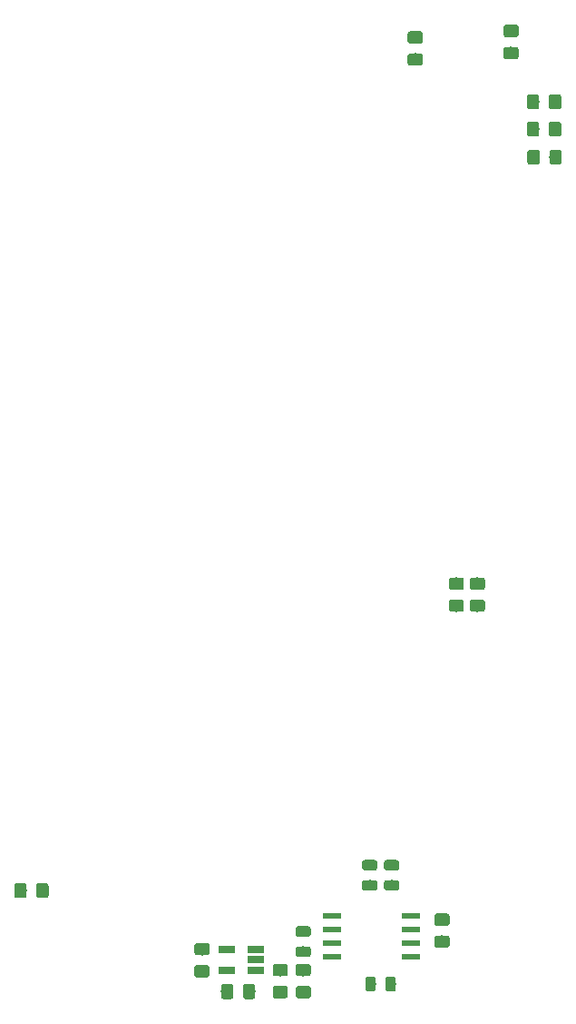
<source format=gbr>
G04 #@! TF.GenerationSoftware,KiCad,Pcbnew,(5.0.2)-1*
G04 #@! TF.CreationDate,2019-08-15T12:32:10+02:00*
G04 #@! TF.ProjectId,ADS1298_FINAL,41445331-3239-4385-9f46-494e414c2e6b,rev?*
G04 #@! TF.SameCoordinates,Original*
G04 #@! TF.FileFunction,Paste,Bot*
G04 #@! TF.FilePolarity,Positive*
%FSLAX46Y46*%
G04 Gerber Fmt 4.6, Leading zero omitted, Abs format (unit mm)*
G04 Created by KiCad (PCBNEW (5.0.2)-1) date 15-8-2019 12:32:10*
%MOMM*%
%LPD*%
G01*
G04 APERTURE LIST*
%ADD10C,0.100000*%
%ADD11C,1.150000*%
%ADD12C,0.975000*%
%ADD13R,1.750000X0.550000*%
%ADD14R,1.560000X0.650000*%
G04 APERTURE END LIST*
D10*
G04 #@! TO.C,C38*
G36*
X103122629Y-110432983D02*
X103146897Y-110436583D01*
X103170696Y-110442544D01*
X103193795Y-110450809D01*
X103215974Y-110461299D01*
X103237017Y-110473911D01*
X103256723Y-110488526D01*
X103274901Y-110505002D01*
X103291377Y-110523180D01*
X103305992Y-110542886D01*
X103318604Y-110563929D01*
X103329094Y-110586108D01*
X103337359Y-110609207D01*
X103343320Y-110633006D01*
X103346920Y-110657274D01*
X103348124Y-110681778D01*
X103348124Y-111331780D01*
X103346920Y-111356284D01*
X103343320Y-111380552D01*
X103337359Y-111404351D01*
X103329094Y-111427450D01*
X103318604Y-111449629D01*
X103305992Y-111470672D01*
X103291377Y-111490378D01*
X103274901Y-111508556D01*
X103256723Y-111525032D01*
X103237017Y-111539647D01*
X103215974Y-111552259D01*
X103193795Y-111562749D01*
X103170696Y-111571014D01*
X103146897Y-111576975D01*
X103122629Y-111580575D01*
X103098125Y-111581779D01*
X102198123Y-111581779D01*
X102173619Y-111580575D01*
X102149351Y-111576975D01*
X102125552Y-111571014D01*
X102102453Y-111562749D01*
X102080274Y-111552259D01*
X102059231Y-111539647D01*
X102039525Y-111525032D01*
X102021347Y-111508556D01*
X102004871Y-111490378D01*
X101990256Y-111470672D01*
X101977644Y-111449629D01*
X101967154Y-111427450D01*
X101958889Y-111404351D01*
X101952928Y-111380552D01*
X101949328Y-111356284D01*
X101948124Y-111331780D01*
X101948124Y-110681778D01*
X101949328Y-110657274D01*
X101952928Y-110633006D01*
X101958889Y-110609207D01*
X101967154Y-110586108D01*
X101977644Y-110563929D01*
X101990256Y-110542886D01*
X102004871Y-110523180D01*
X102021347Y-110505002D01*
X102039525Y-110488526D01*
X102059231Y-110473911D01*
X102080274Y-110461299D01*
X102102453Y-110450809D01*
X102125552Y-110442544D01*
X102149351Y-110436583D01*
X102173619Y-110432983D01*
X102198123Y-110431779D01*
X103098125Y-110431779D01*
X103122629Y-110432983D01*
X103122629Y-110432983D01*
G37*
D11*
X102648124Y-111006779D03*
D10*
G36*
X103122629Y-112482983D02*
X103146897Y-112486583D01*
X103170696Y-112492544D01*
X103193795Y-112500809D01*
X103215974Y-112511299D01*
X103237017Y-112523911D01*
X103256723Y-112538526D01*
X103274901Y-112555002D01*
X103291377Y-112573180D01*
X103305992Y-112592886D01*
X103318604Y-112613929D01*
X103329094Y-112636108D01*
X103337359Y-112659207D01*
X103343320Y-112683006D01*
X103346920Y-112707274D01*
X103348124Y-112731778D01*
X103348124Y-113381780D01*
X103346920Y-113406284D01*
X103343320Y-113430552D01*
X103337359Y-113454351D01*
X103329094Y-113477450D01*
X103318604Y-113499629D01*
X103305992Y-113520672D01*
X103291377Y-113540378D01*
X103274901Y-113558556D01*
X103256723Y-113575032D01*
X103237017Y-113589647D01*
X103215974Y-113602259D01*
X103193795Y-113612749D01*
X103170696Y-113621014D01*
X103146897Y-113626975D01*
X103122629Y-113630575D01*
X103098125Y-113631779D01*
X102198123Y-113631779D01*
X102173619Y-113630575D01*
X102149351Y-113626975D01*
X102125552Y-113621014D01*
X102102453Y-113612749D01*
X102080274Y-113602259D01*
X102059231Y-113589647D01*
X102039525Y-113575032D01*
X102021347Y-113558556D01*
X102004871Y-113540378D01*
X101990256Y-113520672D01*
X101977644Y-113499629D01*
X101967154Y-113477450D01*
X101958889Y-113454351D01*
X101952928Y-113430552D01*
X101949328Y-113406284D01*
X101948124Y-113381780D01*
X101948124Y-112731778D01*
X101949328Y-112707274D01*
X101952928Y-112683006D01*
X101958889Y-112659207D01*
X101967154Y-112636108D01*
X101977644Y-112613929D01*
X101990256Y-112592886D01*
X102004871Y-112573180D01*
X102021347Y-112555002D01*
X102039525Y-112538526D01*
X102059231Y-112523911D01*
X102080274Y-112511299D01*
X102102453Y-112500809D01*
X102125552Y-112492544D01*
X102149351Y-112486583D01*
X102173619Y-112482983D01*
X102198123Y-112481779D01*
X103098125Y-112481779D01*
X103122629Y-112482983D01*
X103122629Y-112482983D01*
G37*
D11*
X102648124Y-113056779D03*
G04 #@! TD*
D10*
G04 #@! TO.C,C39*
G36*
X96253266Y-116307953D02*
X96276927Y-116311463D01*
X96300131Y-116317275D01*
X96322653Y-116325333D01*
X96344277Y-116335561D01*
X96364794Y-116347858D01*
X96384007Y-116362108D01*
X96401731Y-116378172D01*
X96417795Y-116395896D01*
X96432045Y-116415109D01*
X96444342Y-116435626D01*
X96454570Y-116457250D01*
X96462628Y-116479772D01*
X96468440Y-116502976D01*
X96471950Y-116526637D01*
X96473124Y-116550529D01*
X96473124Y-117463029D01*
X96471950Y-117486921D01*
X96468440Y-117510582D01*
X96462628Y-117533786D01*
X96454570Y-117556308D01*
X96444342Y-117577932D01*
X96432045Y-117598449D01*
X96417795Y-117617662D01*
X96401731Y-117635386D01*
X96384007Y-117651450D01*
X96364794Y-117665700D01*
X96344277Y-117677997D01*
X96322653Y-117688225D01*
X96300131Y-117696283D01*
X96276927Y-117702095D01*
X96253266Y-117705605D01*
X96229374Y-117706779D01*
X95741874Y-117706779D01*
X95717982Y-117705605D01*
X95694321Y-117702095D01*
X95671117Y-117696283D01*
X95648595Y-117688225D01*
X95626971Y-117677997D01*
X95606454Y-117665700D01*
X95587241Y-117651450D01*
X95569517Y-117635386D01*
X95553453Y-117617662D01*
X95539203Y-117598449D01*
X95526906Y-117577932D01*
X95516678Y-117556308D01*
X95508620Y-117533786D01*
X95502808Y-117510582D01*
X95499298Y-117486921D01*
X95498124Y-117463029D01*
X95498124Y-116550529D01*
X95499298Y-116526637D01*
X95502808Y-116502976D01*
X95508620Y-116479772D01*
X95516678Y-116457250D01*
X95526906Y-116435626D01*
X95539203Y-116415109D01*
X95553453Y-116395896D01*
X95569517Y-116378172D01*
X95587241Y-116362108D01*
X95606454Y-116347858D01*
X95626971Y-116335561D01*
X95648595Y-116325333D01*
X95671117Y-116317275D01*
X95694321Y-116311463D01*
X95717982Y-116307953D01*
X95741874Y-116306779D01*
X96229374Y-116306779D01*
X96253266Y-116307953D01*
X96253266Y-116307953D01*
G37*
D12*
X95985624Y-117006779D03*
D10*
G36*
X98128266Y-116307953D02*
X98151927Y-116311463D01*
X98175131Y-116317275D01*
X98197653Y-116325333D01*
X98219277Y-116335561D01*
X98239794Y-116347858D01*
X98259007Y-116362108D01*
X98276731Y-116378172D01*
X98292795Y-116395896D01*
X98307045Y-116415109D01*
X98319342Y-116435626D01*
X98329570Y-116457250D01*
X98337628Y-116479772D01*
X98343440Y-116502976D01*
X98346950Y-116526637D01*
X98348124Y-116550529D01*
X98348124Y-117463029D01*
X98346950Y-117486921D01*
X98343440Y-117510582D01*
X98337628Y-117533786D01*
X98329570Y-117556308D01*
X98319342Y-117577932D01*
X98307045Y-117598449D01*
X98292795Y-117617662D01*
X98276731Y-117635386D01*
X98259007Y-117651450D01*
X98239794Y-117665700D01*
X98219277Y-117677997D01*
X98197653Y-117688225D01*
X98175131Y-117696283D01*
X98151927Y-117702095D01*
X98128266Y-117705605D01*
X98104374Y-117706779D01*
X97616874Y-117706779D01*
X97592982Y-117705605D01*
X97569321Y-117702095D01*
X97546117Y-117696283D01*
X97523595Y-117688225D01*
X97501971Y-117677997D01*
X97481454Y-117665700D01*
X97462241Y-117651450D01*
X97444517Y-117635386D01*
X97428453Y-117617662D01*
X97414203Y-117598449D01*
X97401906Y-117577932D01*
X97391678Y-117556308D01*
X97383620Y-117533786D01*
X97377808Y-117510582D01*
X97374298Y-117486921D01*
X97373124Y-117463029D01*
X97373124Y-116550529D01*
X97374298Y-116526637D01*
X97377808Y-116502976D01*
X97383620Y-116479772D01*
X97391678Y-116457250D01*
X97401906Y-116435626D01*
X97414203Y-116415109D01*
X97428453Y-116395896D01*
X97444517Y-116378172D01*
X97462241Y-116362108D01*
X97481454Y-116347858D01*
X97501971Y-116335561D01*
X97523595Y-116325333D01*
X97546117Y-116317275D01*
X97569321Y-116311463D01*
X97592982Y-116307953D01*
X97616874Y-116306779D01*
X98104374Y-116306779D01*
X98128266Y-116307953D01*
X98128266Y-116307953D01*
G37*
D12*
X97860624Y-117006779D03*
G04 #@! TD*
D10*
G04 #@! TO.C,C43*
G36*
X90172629Y-115132983D02*
X90196897Y-115136583D01*
X90220696Y-115142544D01*
X90243795Y-115150809D01*
X90265974Y-115161299D01*
X90287017Y-115173911D01*
X90306723Y-115188526D01*
X90324901Y-115205002D01*
X90341377Y-115223180D01*
X90355992Y-115242886D01*
X90368604Y-115263929D01*
X90379094Y-115286108D01*
X90387359Y-115309207D01*
X90393320Y-115333006D01*
X90396920Y-115357274D01*
X90398124Y-115381778D01*
X90398124Y-116031780D01*
X90396920Y-116056284D01*
X90393320Y-116080552D01*
X90387359Y-116104351D01*
X90379094Y-116127450D01*
X90368604Y-116149629D01*
X90355992Y-116170672D01*
X90341377Y-116190378D01*
X90324901Y-116208556D01*
X90306723Y-116225032D01*
X90287017Y-116239647D01*
X90265974Y-116252259D01*
X90243795Y-116262749D01*
X90220696Y-116271014D01*
X90196897Y-116276975D01*
X90172629Y-116280575D01*
X90148125Y-116281779D01*
X89248123Y-116281779D01*
X89223619Y-116280575D01*
X89199351Y-116276975D01*
X89175552Y-116271014D01*
X89152453Y-116262749D01*
X89130274Y-116252259D01*
X89109231Y-116239647D01*
X89089525Y-116225032D01*
X89071347Y-116208556D01*
X89054871Y-116190378D01*
X89040256Y-116170672D01*
X89027644Y-116149629D01*
X89017154Y-116127450D01*
X89008889Y-116104351D01*
X89002928Y-116080552D01*
X88999328Y-116056284D01*
X88998124Y-116031780D01*
X88998124Y-115381778D01*
X88999328Y-115357274D01*
X89002928Y-115333006D01*
X89008889Y-115309207D01*
X89017154Y-115286108D01*
X89027644Y-115263929D01*
X89040256Y-115242886D01*
X89054871Y-115223180D01*
X89071347Y-115205002D01*
X89089525Y-115188526D01*
X89109231Y-115173911D01*
X89130274Y-115161299D01*
X89152453Y-115150809D01*
X89175552Y-115142544D01*
X89199351Y-115136583D01*
X89223619Y-115132983D01*
X89248123Y-115131779D01*
X90148125Y-115131779D01*
X90172629Y-115132983D01*
X90172629Y-115132983D01*
G37*
D11*
X89698124Y-115706779D03*
D10*
G36*
X90172629Y-117182983D02*
X90196897Y-117186583D01*
X90220696Y-117192544D01*
X90243795Y-117200809D01*
X90265974Y-117211299D01*
X90287017Y-117223911D01*
X90306723Y-117238526D01*
X90324901Y-117255002D01*
X90341377Y-117273180D01*
X90355992Y-117292886D01*
X90368604Y-117313929D01*
X90379094Y-117336108D01*
X90387359Y-117359207D01*
X90393320Y-117383006D01*
X90396920Y-117407274D01*
X90398124Y-117431778D01*
X90398124Y-118081780D01*
X90396920Y-118106284D01*
X90393320Y-118130552D01*
X90387359Y-118154351D01*
X90379094Y-118177450D01*
X90368604Y-118199629D01*
X90355992Y-118220672D01*
X90341377Y-118240378D01*
X90324901Y-118258556D01*
X90306723Y-118275032D01*
X90287017Y-118289647D01*
X90265974Y-118302259D01*
X90243795Y-118312749D01*
X90220696Y-118321014D01*
X90196897Y-118326975D01*
X90172629Y-118330575D01*
X90148125Y-118331779D01*
X89248123Y-118331779D01*
X89223619Y-118330575D01*
X89199351Y-118326975D01*
X89175552Y-118321014D01*
X89152453Y-118312749D01*
X89130274Y-118302259D01*
X89109231Y-118289647D01*
X89089525Y-118275032D01*
X89071347Y-118258556D01*
X89054871Y-118240378D01*
X89040256Y-118220672D01*
X89027644Y-118199629D01*
X89017154Y-118177450D01*
X89008889Y-118154351D01*
X89002928Y-118130552D01*
X88999328Y-118106284D01*
X88998124Y-118081780D01*
X88998124Y-117431778D01*
X88999328Y-117407274D01*
X89002928Y-117383006D01*
X89008889Y-117359207D01*
X89017154Y-117336108D01*
X89027644Y-117313929D01*
X89040256Y-117292886D01*
X89054871Y-117273180D01*
X89071347Y-117255002D01*
X89089525Y-117238526D01*
X89109231Y-117223911D01*
X89130274Y-117211299D01*
X89152453Y-117200809D01*
X89175552Y-117192544D01*
X89199351Y-117186583D01*
X89223619Y-117182983D01*
X89248123Y-117181779D01*
X90148125Y-117181779D01*
X90172629Y-117182983D01*
X90172629Y-117182983D01*
G37*
D11*
X89698124Y-117756779D03*
G04 #@! TD*
D10*
G04 #@! TO.C,C45*
G36*
X88022629Y-117182983D02*
X88046897Y-117186583D01*
X88070696Y-117192544D01*
X88093795Y-117200809D01*
X88115974Y-117211299D01*
X88137017Y-117223911D01*
X88156723Y-117238526D01*
X88174901Y-117255002D01*
X88191377Y-117273180D01*
X88205992Y-117292886D01*
X88218604Y-117313929D01*
X88229094Y-117336108D01*
X88237359Y-117359207D01*
X88243320Y-117383006D01*
X88246920Y-117407274D01*
X88248124Y-117431778D01*
X88248124Y-118081780D01*
X88246920Y-118106284D01*
X88243320Y-118130552D01*
X88237359Y-118154351D01*
X88229094Y-118177450D01*
X88218604Y-118199629D01*
X88205992Y-118220672D01*
X88191377Y-118240378D01*
X88174901Y-118258556D01*
X88156723Y-118275032D01*
X88137017Y-118289647D01*
X88115974Y-118302259D01*
X88093795Y-118312749D01*
X88070696Y-118321014D01*
X88046897Y-118326975D01*
X88022629Y-118330575D01*
X87998125Y-118331779D01*
X87098123Y-118331779D01*
X87073619Y-118330575D01*
X87049351Y-118326975D01*
X87025552Y-118321014D01*
X87002453Y-118312749D01*
X86980274Y-118302259D01*
X86959231Y-118289647D01*
X86939525Y-118275032D01*
X86921347Y-118258556D01*
X86904871Y-118240378D01*
X86890256Y-118220672D01*
X86877644Y-118199629D01*
X86867154Y-118177450D01*
X86858889Y-118154351D01*
X86852928Y-118130552D01*
X86849328Y-118106284D01*
X86848124Y-118081780D01*
X86848124Y-117431778D01*
X86849328Y-117407274D01*
X86852928Y-117383006D01*
X86858889Y-117359207D01*
X86867154Y-117336108D01*
X86877644Y-117313929D01*
X86890256Y-117292886D01*
X86904871Y-117273180D01*
X86921347Y-117255002D01*
X86939525Y-117238526D01*
X86959231Y-117223911D01*
X86980274Y-117211299D01*
X87002453Y-117200809D01*
X87025552Y-117192544D01*
X87049351Y-117186583D01*
X87073619Y-117182983D01*
X87098123Y-117181779D01*
X87998125Y-117181779D01*
X88022629Y-117182983D01*
X88022629Y-117182983D01*
G37*
D11*
X87548124Y-117756779D03*
D10*
G36*
X88022629Y-115132983D02*
X88046897Y-115136583D01*
X88070696Y-115142544D01*
X88093795Y-115150809D01*
X88115974Y-115161299D01*
X88137017Y-115173911D01*
X88156723Y-115188526D01*
X88174901Y-115205002D01*
X88191377Y-115223180D01*
X88205992Y-115242886D01*
X88218604Y-115263929D01*
X88229094Y-115286108D01*
X88237359Y-115309207D01*
X88243320Y-115333006D01*
X88246920Y-115357274D01*
X88248124Y-115381778D01*
X88248124Y-116031780D01*
X88246920Y-116056284D01*
X88243320Y-116080552D01*
X88237359Y-116104351D01*
X88229094Y-116127450D01*
X88218604Y-116149629D01*
X88205992Y-116170672D01*
X88191377Y-116190378D01*
X88174901Y-116208556D01*
X88156723Y-116225032D01*
X88137017Y-116239647D01*
X88115974Y-116252259D01*
X88093795Y-116262749D01*
X88070696Y-116271014D01*
X88046897Y-116276975D01*
X88022629Y-116280575D01*
X87998125Y-116281779D01*
X87098123Y-116281779D01*
X87073619Y-116280575D01*
X87049351Y-116276975D01*
X87025552Y-116271014D01*
X87002453Y-116262749D01*
X86980274Y-116252259D01*
X86959231Y-116239647D01*
X86939525Y-116225032D01*
X86921347Y-116208556D01*
X86904871Y-116190378D01*
X86890256Y-116170672D01*
X86877644Y-116149629D01*
X86867154Y-116127450D01*
X86858889Y-116104351D01*
X86852928Y-116080552D01*
X86849328Y-116056284D01*
X86848124Y-116031780D01*
X86848124Y-115381778D01*
X86849328Y-115357274D01*
X86852928Y-115333006D01*
X86858889Y-115309207D01*
X86867154Y-115286108D01*
X86877644Y-115263929D01*
X86890256Y-115242886D01*
X86904871Y-115223180D01*
X86921347Y-115205002D01*
X86939525Y-115188526D01*
X86959231Y-115173911D01*
X86980274Y-115161299D01*
X87002453Y-115150809D01*
X87025552Y-115142544D01*
X87049351Y-115136583D01*
X87073619Y-115132983D01*
X87098123Y-115131779D01*
X87998125Y-115131779D01*
X88022629Y-115132983D01*
X88022629Y-115132983D01*
G37*
D11*
X87548124Y-115706779D03*
G04 #@! TD*
D10*
G04 #@! TO.C,C50*
G36*
X84997629Y-117007983D02*
X85021897Y-117011583D01*
X85045696Y-117017544D01*
X85068795Y-117025809D01*
X85090974Y-117036299D01*
X85112017Y-117048911D01*
X85131723Y-117063526D01*
X85149901Y-117080002D01*
X85166377Y-117098180D01*
X85180992Y-117117886D01*
X85193604Y-117138929D01*
X85204094Y-117161108D01*
X85212359Y-117184207D01*
X85218320Y-117208006D01*
X85221920Y-117232274D01*
X85223124Y-117256778D01*
X85223124Y-118156780D01*
X85221920Y-118181284D01*
X85218320Y-118205552D01*
X85212359Y-118229351D01*
X85204094Y-118252450D01*
X85193604Y-118274629D01*
X85180992Y-118295672D01*
X85166377Y-118315378D01*
X85149901Y-118333556D01*
X85131723Y-118350032D01*
X85112017Y-118364647D01*
X85090974Y-118377259D01*
X85068795Y-118387749D01*
X85045696Y-118396014D01*
X85021897Y-118401975D01*
X84997629Y-118405575D01*
X84973125Y-118406779D01*
X84323123Y-118406779D01*
X84298619Y-118405575D01*
X84274351Y-118401975D01*
X84250552Y-118396014D01*
X84227453Y-118387749D01*
X84205274Y-118377259D01*
X84184231Y-118364647D01*
X84164525Y-118350032D01*
X84146347Y-118333556D01*
X84129871Y-118315378D01*
X84115256Y-118295672D01*
X84102644Y-118274629D01*
X84092154Y-118252450D01*
X84083889Y-118229351D01*
X84077928Y-118205552D01*
X84074328Y-118181284D01*
X84073124Y-118156780D01*
X84073124Y-117256778D01*
X84074328Y-117232274D01*
X84077928Y-117208006D01*
X84083889Y-117184207D01*
X84092154Y-117161108D01*
X84102644Y-117138929D01*
X84115256Y-117117886D01*
X84129871Y-117098180D01*
X84146347Y-117080002D01*
X84164525Y-117063526D01*
X84184231Y-117048911D01*
X84205274Y-117036299D01*
X84227453Y-117025809D01*
X84250552Y-117017544D01*
X84274351Y-117011583D01*
X84298619Y-117007983D01*
X84323123Y-117006779D01*
X84973125Y-117006779D01*
X84997629Y-117007983D01*
X84997629Y-117007983D01*
G37*
D11*
X84648124Y-117706779D03*
D10*
G36*
X82947629Y-117007983D02*
X82971897Y-117011583D01*
X82995696Y-117017544D01*
X83018795Y-117025809D01*
X83040974Y-117036299D01*
X83062017Y-117048911D01*
X83081723Y-117063526D01*
X83099901Y-117080002D01*
X83116377Y-117098180D01*
X83130992Y-117117886D01*
X83143604Y-117138929D01*
X83154094Y-117161108D01*
X83162359Y-117184207D01*
X83168320Y-117208006D01*
X83171920Y-117232274D01*
X83173124Y-117256778D01*
X83173124Y-118156780D01*
X83171920Y-118181284D01*
X83168320Y-118205552D01*
X83162359Y-118229351D01*
X83154094Y-118252450D01*
X83143604Y-118274629D01*
X83130992Y-118295672D01*
X83116377Y-118315378D01*
X83099901Y-118333556D01*
X83081723Y-118350032D01*
X83062017Y-118364647D01*
X83040974Y-118377259D01*
X83018795Y-118387749D01*
X82995696Y-118396014D01*
X82971897Y-118401975D01*
X82947629Y-118405575D01*
X82923125Y-118406779D01*
X82273123Y-118406779D01*
X82248619Y-118405575D01*
X82224351Y-118401975D01*
X82200552Y-118396014D01*
X82177453Y-118387749D01*
X82155274Y-118377259D01*
X82134231Y-118364647D01*
X82114525Y-118350032D01*
X82096347Y-118333556D01*
X82079871Y-118315378D01*
X82065256Y-118295672D01*
X82052644Y-118274629D01*
X82042154Y-118252450D01*
X82033889Y-118229351D01*
X82027928Y-118205552D01*
X82024328Y-118181284D01*
X82023124Y-118156780D01*
X82023124Y-117256778D01*
X82024328Y-117232274D01*
X82027928Y-117208006D01*
X82033889Y-117184207D01*
X82042154Y-117161108D01*
X82052644Y-117138929D01*
X82065256Y-117117886D01*
X82079871Y-117098180D01*
X82096347Y-117080002D01*
X82114525Y-117063526D01*
X82134231Y-117048911D01*
X82155274Y-117036299D01*
X82177453Y-117025809D01*
X82200552Y-117017544D01*
X82224351Y-117011583D01*
X82248619Y-117007983D01*
X82273123Y-117006779D01*
X82923125Y-117006779D01*
X82947629Y-117007983D01*
X82947629Y-117007983D01*
G37*
D11*
X82598124Y-117706779D03*
G04 #@! TD*
D10*
G04 #@! TO.C,C52*
G36*
X80722629Y-113182983D02*
X80746897Y-113186583D01*
X80770696Y-113192544D01*
X80793795Y-113200809D01*
X80815974Y-113211299D01*
X80837017Y-113223911D01*
X80856723Y-113238526D01*
X80874901Y-113255002D01*
X80891377Y-113273180D01*
X80905992Y-113292886D01*
X80918604Y-113313929D01*
X80929094Y-113336108D01*
X80937359Y-113359207D01*
X80943320Y-113383006D01*
X80946920Y-113407274D01*
X80948124Y-113431778D01*
X80948124Y-114081780D01*
X80946920Y-114106284D01*
X80943320Y-114130552D01*
X80937359Y-114154351D01*
X80929094Y-114177450D01*
X80918604Y-114199629D01*
X80905992Y-114220672D01*
X80891377Y-114240378D01*
X80874901Y-114258556D01*
X80856723Y-114275032D01*
X80837017Y-114289647D01*
X80815974Y-114302259D01*
X80793795Y-114312749D01*
X80770696Y-114321014D01*
X80746897Y-114326975D01*
X80722629Y-114330575D01*
X80698125Y-114331779D01*
X79798123Y-114331779D01*
X79773619Y-114330575D01*
X79749351Y-114326975D01*
X79725552Y-114321014D01*
X79702453Y-114312749D01*
X79680274Y-114302259D01*
X79659231Y-114289647D01*
X79639525Y-114275032D01*
X79621347Y-114258556D01*
X79604871Y-114240378D01*
X79590256Y-114220672D01*
X79577644Y-114199629D01*
X79567154Y-114177450D01*
X79558889Y-114154351D01*
X79552928Y-114130552D01*
X79549328Y-114106284D01*
X79548124Y-114081780D01*
X79548124Y-113431778D01*
X79549328Y-113407274D01*
X79552928Y-113383006D01*
X79558889Y-113359207D01*
X79567154Y-113336108D01*
X79577644Y-113313929D01*
X79590256Y-113292886D01*
X79604871Y-113273180D01*
X79621347Y-113255002D01*
X79639525Y-113238526D01*
X79659231Y-113223911D01*
X79680274Y-113211299D01*
X79702453Y-113200809D01*
X79725552Y-113192544D01*
X79749351Y-113186583D01*
X79773619Y-113182983D01*
X79798123Y-113181779D01*
X80698125Y-113181779D01*
X80722629Y-113182983D01*
X80722629Y-113182983D01*
G37*
D11*
X80248124Y-113756779D03*
D10*
G36*
X80722629Y-115232983D02*
X80746897Y-115236583D01*
X80770696Y-115242544D01*
X80793795Y-115250809D01*
X80815974Y-115261299D01*
X80837017Y-115273911D01*
X80856723Y-115288526D01*
X80874901Y-115305002D01*
X80891377Y-115323180D01*
X80905992Y-115342886D01*
X80918604Y-115363929D01*
X80929094Y-115386108D01*
X80937359Y-115409207D01*
X80943320Y-115433006D01*
X80946920Y-115457274D01*
X80948124Y-115481778D01*
X80948124Y-116131780D01*
X80946920Y-116156284D01*
X80943320Y-116180552D01*
X80937359Y-116204351D01*
X80929094Y-116227450D01*
X80918604Y-116249629D01*
X80905992Y-116270672D01*
X80891377Y-116290378D01*
X80874901Y-116308556D01*
X80856723Y-116325032D01*
X80837017Y-116339647D01*
X80815974Y-116352259D01*
X80793795Y-116362749D01*
X80770696Y-116371014D01*
X80746897Y-116376975D01*
X80722629Y-116380575D01*
X80698125Y-116381779D01*
X79798123Y-116381779D01*
X79773619Y-116380575D01*
X79749351Y-116376975D01*
X79725552Y-116371014D01*
X79702453Y-116362749D01*
X79680274Y-116352259D01*
X79659231Y-116339647D01*
X79639525Y-116325032D01*
X79621347Y-116308556D01*
X79604871Y-116290378D01*
X79590256Y-116270672D01*
X79577644Y-116249629D01*
X79567154Y-116227450D01*
X79558889Y-116204351D01*
X79552928Y-116180552D01*
X79549328Y-116156284D01*
X79548124Y-116131780D01*
X79548124Y-115481778D01*
X79549328Y-115457274D01*
X79552928Y-115433006D01*
X79558889Y-115409207D01*
X79567154Y-115386108D01*
X79577644Y-115363929D01*
X79590256Y-115342886D01*
X79604871Y-115323180D01*
X79621347Y-115305002D01*
X79639525Y-115288526D01*
X79659231Y-115273911D01*
X79680274Y-115261299D01*
X79702453Y-115250809D01*
X79725552Y-115242544D01*
X79749351Y-115236583D01*
X79773619Y-115232983D01*
X79798123Y-115231779D01*
X80698125Y-115231779D01*
X80722629Y-115232983D01*
X80722629Y-115232983D01*
G37*
D11*
X80248124Y-115806779D03*
G04 #@! TD*
D10*
G04 #@! TO.C,R32*
G36*
X96378266Y-105445453D02*
X96401927Y-105448963D01*
X96425131Y-105454775D01*
X96447653Y-105462833D01*
X96469277Y-105473061D01*
X96489794Y-105485358D01*
X96509007Y-105499608D01*
X96526731Y-105515672D01*
X96542795Y-105533396D01*
X96557045Y-105552609D01*
X96569342Y-105573126D01*
X96579570Y-105594750D01*
X96587628Y-105617272D01*
X96593440Y-105640476D01*
X96596950Y-105664137D01*
X96598124Y-105688029D01*
X96598124Y-106175529D01*
X96596950Y-106199421D01*
X96593440Y-106223082D01*
X96587628Y-106246286D01*
X96579570Y-106268808D01*
X96569342Y-106290432D01*
X96557045Y-106310949D01*
X96542795Y-106330162D01*
X96526731Y-106347886D01*
X96509007Y-106363950D01*
X96489794Y-106378200D01*
X96469277Y-106390497D01*
X96447653Y-106400725D01*
X96425131Y-106408783D01*
X96401927Y-106414595D01*
X96378266Y-106418105D01*
X96354374Y-106419279D01*
X95441874Y-106419279D01*
X95417982Y-106418105D01*
X95394321Y-106414595D01*
X95371117Y-106408783D01*
X95348595Y-106400725D01*
X95326971Y-106390497D01*
X95306454Y-106378200D01*
X95287241Y-106363950D01*
X95269517Y-106347886D01*
X95253453Y-106330162D01*
X95239203Y-106310949D01*
X95226906Y-106290432D01*
X95216678Y-106268808D01*
X95208620Y-106246286D01*
X95202808Y-106223082D01*
X95199298Y-106199421D01*
X95198124Y-106175529D01*
X95198124Y-105688029D01*
X95199298Y-105664137D01*
X95202808Y-105640476D01*
X95208620Y-105617272D01*
X95216678Y-105594750D01*
X95226906Y-105573126D01*
X95239203Y-105552609D01*
X95253453Y-105533396D01*
X95269517Y-105515672D01*
X95287241Y-105499608D01*
X95306454Y-105485358D01*
X95326971Y-105473061D01*
X95348595Y-105462833D01*
X95371117Y-105454775D01*
X95394321Y-105448963D01*
X95417982Y-105445453D01*
X95441874Y-105444279D01*
X96354374Y-105444279D01*
X96378266Y-105445453D01*
X96378266Y-105445453D01*
G37*
D12*
X95898124Y-105931779D03*
D10*
G36*
X96378266Y-107320453D02*
X96401927Y-107323963D01*
X96425131Y-107329775D01*
X96447653Y-107337833D01*
X96469277Y-107348061D01*
X96489794Y-107360358D01*
X96509007Y-107374608D01*
X96526731Y-107390672D01*
X96542795Y-107408396D01*
X96557045Y-107427609D01*
X96569342Y-107448126D01*
X96579570Y-107469750D01*
X96587628Y-107492272D01*
X96593440Y-107515476D01*
X96596950Y-107539137D01*
X96598124Y-107563029D01*
X96598124Y-108050529D01*
X96596950Y-108074421D01*
X96593440Y-108098082D01*
X96587628Y-108121286D01*
X96579570Y-108143808D01*
X96569342Y-108165432D01*
X96557045Y-108185949D01*
X96542795Y-108205162D01*
X96526731Y-108222886D01*
X96509007Y-108238950D01*
X96489794Y-108253200D01*
X96469277Y-108265497D01*
X96447653Y-108275725D01*
X96425131Y-108283783D01*
X96401927Y-108289595D01*
X96378266Y-108293105D01*
X96354374Y-108294279D01*
X95441874Y-108294279D01*
X95417982Y-108293105D01*
X95394321Y-108289595D01*
X95371117Y-108283783D01*
X95348595Y-108275725D01*
X95326971Y-108265497D01*
X95306454Y-108253200D01*
X95287241Y-108238950D01*
X95269517Y-108222886D01*
X95253453Y-108205162D01*
X95239203Y-108185949D01*
X95226906Y-108165432D01*
X95216678Y-108143808D01*
X95208620Y-108121286D01*
X95202808Y-108098082D01*
X95199298Y-108074421D01*
X95198124Y-108050529D01*
X95198124Y-107563029D01*
X95199298Y-107539137D01*
X95202808Y-107515476D01*
X95208620Y-107492272D01*
X95216678Y-107469750D01*
X95226906Y-107448126D01*
X95239203Y-107427609D01*
X95253453Y-107408396D01*
X95269517Y-107390672D01*
X95287241Y-107374608D01*
X95306454Y-107360358D01*
X95326971Y-107348061D01*
X95348595Y-107337833D01*
X95371117Y-107329775D01*
X95394321Y-107323963D01*
X95417982Y-107320453D01*
X95441874Y-107319279D01*
X96354374Y-107319279D01*
X96378266Y-107320453D01*
X96378266Y-107320453D01*
G37*
D12*
X95898124Y-107806779D03*
G04 #@! TD*
D10*
G04 #@! TO.C,R33*
G36*
X90178266Y-113495453D02*
X90201927Y-113498963D01*
X90225131Y-113504775D01*
X90247653Y-113512833D01*
X90269277Y-113523061D01*
X90289794Y-113535358D01*
X90309007Y-113549608D01*
X90326731Y-113565672D01*
X90342795Y-113583396D01*
X90357045Y-113602609D01*
X90369342Y-113623126D01*
X90379570Y-113644750D01*
X90387628Y-113667272D01*
X90393440Y-113690476D01*
X90396950Y-113714137D01*
X90398124Y-113738029D01*
X90398124Y-114225529D01*
X90396950Y-114249421D01*
X90393440Y-114273082D01*
X90387628Y-114296286D01*
X90379570Y-114318808D01*
X90369342Y-114340432D01*
X90357045Y-114360949D01*
X90342795Y-114380162D01*
X90326731Y-114397886D01*
X90309007Y-114413950D01*
X90289794Y-114428200D01*
X90269277Y-114440497D01*
X90247653Y-114450725D01*
X90225131Y-114458783D01*
X90201927Y-114464595D01*
X90178266Y-114468105D01*
X90154374Y-114469279D01*
X89241874Y-114469279D01*
X89217982Y-114468105D01*
X89194321Y-114464595D01*
X89171117Y-114458783D01*
X89148595Y-114450725D01*
X89126971Y-114440497D01*
X89106454Y-114428200D01*
X89087241Y-114413950D01*
X89069517Y-114397886D01*
X89053453Y-114380162D01*
X89039203Y-114360949D01*
X89026906Y-114340432D01*
X89016678Y-114318808D01*
X89008620Y-114296286D01*
X89002808Y-114273082D01*
X88999298Y-114249421D01*
X88998124Y-114225529D01*
X88998124Y-113738029D01*
X88999298Y-113714137D01*
X89002808Y-113690476D01*
X89008620Y-113667272D01*
X89016678Y-113644750D01*
X89026906Y-113623126D01*
X89039203Y-113602609D01*
X89053453Y-113583396D01*
X89069517Y-113565672D01*
X89087241Y-113549608D01*
X89106454Y-113535358D01*
X89126971Y-113523061D01*
X89148595Y-113512833D01*
X89171117Y-113504775D01*
X89194321Y-113498963D01*
X89217982Y-113495453D01*
X89241874Y-113494279D01*
X90154374Y-113494279D01*
X90178266Y-113495453D01*
X90178266Y-113495453D01*
G37*
D12*
X89698124Y-113981779D03*
D10*
G36*
X90178266Y-111620453D02*
X90201927Y-111623963D01*
X90225131Y-111629775D01*
X90247653Y-111637833D01*
X90269277Y-111648061D01*
X90289794Y-111660358D01*
X90309007Y-111674608D01*
X90326731Y-111690672D01*
X90342795Y-111708396D01*
X90357045Y-111727609D01*
X90369342Y-111748126D01*
X90379570Y-111769750D01*
X90387628Y-111792272D01*
X90393440Y-111815476D01*
X90396950Y-111839137D01*
X90398124Y-111863029D01*
X90398124Y-112350529D01*
X90396950Y-112374421D01*
X90393440Y-112398082D01*
X90387628Y-112421286D01*
X90379570Y-112443808D01*
X90369342Y-112465432D01*
X90357045Y-112485949D01*
X90342795Y-112505162D01*
X90326731Y-112522886D01*
X90309007Y-112538950D01*
X90289794Y-112553200D01*
X90269277Y-112565497D01*
X90247653Y-112575725D01*
X90225131Y-112583783D01*
X90201927Y-112589595D01*
X90178266Y-112593105D01*
X90154374Y-112594279D01*
X89241874Y-112594279D01*
X89217982Y-112593105D01*
X89194321Y-112589595D01*
X89171117Y-112583783D01*
X89148595Y-112575725D01*
X89126971Y-112565497D01*
X89106454Y-112553200D01*
X89087241Y-112538950D01*
X89069517Y-112522886D01*
X89053453Y-112505162D01*
X89039203Y-112485949D01*
X89026906Y-112465432D01*
X89016678Y-112443808D01*
X89008620Y-112421286D01*
X89002808Y-112398082D01*
X88999298Y-112374421D01*
X88998124Y-112350529D01*
X88998124Y-111863029D01*
X88999298Y-111839137D01*
X89002808Y-111815476D01*
X89008620Y-111792272D01*
X89016678Y-111769750D01*
X89026906Y-111748126D01*
X89039203Y-111727609D01*
X89053453Y-111708396D01*
X89069517Y-111690672D01*
X89087241Y-111674608D01*
X89106454Y-111660358D01*
X89126971Y-111648061D01*
X89148595Y-111637833D01*
X89171117Y-111629775D01*
X89194321Y-111623963D01*
X89217982Y-111620453D01*
X89241874Y-111619279D01*
X90154374Y-111619279D01*
X90178266Y-111620453D01*
X90178266Y-111620453D01*
G37*
D12*
X89698124Y-112106779D03*
G04 #@! TD*
D10*
G04 #@! TO.C,R37*
G36*
X113549505Y-34101204D02*
X113573773Y-34104804D01*
X113597572Y-34110765D01*
X113620671Y-34119030D01*
X113642850Y-34129520D01*
X113663893Y-34142132D01*
X113683599Y-34156747D01*
X113701777Y-34173223D01*
X113718253Y-34191401D01*
X113732868Y-34211107D01*
X113745480Y-34232150D01*
X113755970Y-34254329D01*
X113764235Y-34277428D01*
X113770196Y-34301227D01*
X113773796Y-34325495D01*
X113775000Y-34349999D01*
X113775000Y-35250001D01*
X113773796Y-35274505D01*
X113770196Y-35298773D01*
X113764235Y-35322572D01*
X113755970Y-35345671D01*
X113745480Y-35367850D01*
X113732868Y-35388893D01*
X113718253Y-35408599D01*
X113701777Y-35426777D01*
X113683599Y-35443253D01*
X113663893Y-35457868D01*
X113642850Y-35470480D01*
X113620671Y-35480970D01*
X113597572Y-35489235D01*
X113573773Y-35495196D01*
X113549505Y-35498796D01*
X113525001Y-35500000D01*
X112874999Y-35500000D01*
X112850495Y-35498796D01*
X112826227Y-35495196D01*
X112802428Y-35489235D01*
X112779329Y-35480970D01*
X112757150Y-35470480D01*
X112736107Y-35457868D01*
X112716401Y-35443253D01*
X112698223Y-35426777D01*
X112681747Y-35408599D01*
X112667132Y-35388893D01*
X112654520Y-35367850D01*
X112644030Y-35345671D01*
X112635765Y-35322572D01*
X112629804Y-35298773D01*
X112626204Y-35274505D01*
X112625000Y-35250001D01*
X112625000Y-34349999D01*
X112626204Y-34325495D01*
X112629804Y-34301227D01*
X112635765Y-34277428D01*
X112644030Y-34254329D01*
X112654520Y-34232150D01*
X112667132Y-34211107D01*
X112681747Y-34191401D01*
X112698223Y-34173223D01*
X112716401Y-34156747D01*
X112736107Y-34142132D01*
X112757150Y-34129520D01*
X112779329Y-34119030D01*
X112802428Y-34110765D01*
X112826227Y-34104804D01*
X112850495Y-34101204D01*
X112874999Y-34100000D01*
X113525001Y-34100000D01*
X113549505Y-34101204D01*
X113549505Y-34101204D01*
G37*
D11*
X113200000Y-34800000D03*
D10*
G36*
X111499505Y-34101204D02*
X111523773Y-34104804D01*
X111547572Y-34110765D01*
X111570671Y-34119030D01*
X111592850Y-34129520D01*
X111613893Y-34142132D01*
X111633599Y-34156747D01*
X111651777Y-34173223D01*
X111668253Y-34191401D01*
X111682868Y-34211107D01*
X111695480Y-34232150D01*
X111705970Y-34254329D01*
X111714235Y-34277428D01*
X111720196Y-34301227D01*
X111723796Y-34325495D01*
X111725000Y-34349999D01*
X111725000Y-35250001D01*
X111723796Y-35274505D01*
X111720196Y-35298773D01*
X111714235Y-35322572D01*
X111705970Y-35345671D01*
X111695480Y-35367850D01*
X111682868Y-35388893D01*
X111668253Y-35408599D01*
X111651777Y-35426777D01*
X111633599Y-35443253D01*
X111613893Y-35457868D01*
X111592850Y-35470480D01*
X111570671Y-35480970D01*
X111547572Y-35489235D01*
X111523773Y-35495196D01*
X111499505Y-35498796D01*
X111475001Y-35500000D01*
X110824999Y-35500000D01*
X110800495Y-35498796D01*
X110776227Y-35495196D01*
X110752428Y-35489235D01*
X110729329Y-35480970D01*
X110707150Y-35470480D01*
X110686107Y-35457868D01*
X110666401Y-35443253D01*
X110648223Y-35426777D01*
X110631747Y-35408599D01*
X110617132Y-35388893D01*
X110604520Y-35367850D01*
X110594030Y-35345671D01*
X110585765Y-35322572D01*
X110579804Y-35298773D01*
X110576204Y-35274505D01*
X110575000Y-35250001D01*
X110575000Y-34349999D01*
X110576204Y-34325495D01*
X110579804Y-34301227D01*
X110585765Y-34277428D01*
X110594030Y-34254329D01*
X110604520Y-34232150D01*
X110617132Y-34211107D01*
X110631747Y-34191401D01*
X110648223Y-34173223D01*
X110666401Y-34156747D01*
X110686107Y-34142132D01*
X110707150Y-34129520D01*
X110729329Y-34119030D01*
X110752428Y-34110765D01*
X110776227Y-34104804D01*
X110800495Y-34101204D01*
X110824999Y-34100000D01*
X111475001Y-34100000D01*
X111499505Y-34101204D01*
X111499505Y-34101204D01*
G37*
D11*
X111150000Y-34800000D03*
G04 #@! TD*
D10*
G04 #@! TO.C,R38*
G36*
X111499505Y-36651204D02*
X111523773Y-36654804D01*
X111547572Y-36660765D01*
X111570671Y-36669030D01*
X111592850Y-36679520D01*
X111613893Y-36692132D01*
X111633599Y-36706747D01*
X111651777Y-36723223D01*
X111668253Y-36741401D01*
X111682868Y-36761107D01*
X111695480Y-36782150D01*
X111705970Y-36804329D01*
X111714235Y-36827428D01*
X111720196Y-36851227D01*
X111723796Y-36875495D01*
X111725000Y-36899999D01*
X111725000Y-37800001D01*
X111723796Y-37824505D01*
X111720196Y-37848773D01*
X111714235Y-37872572D01*
X111705970Y-37895671D01*
X111695480Y-37917850D01*
X111682868Y-37938893D01*
X111668253Y-37958599D01*
X111651777Y-37976777D01*
X111633599Y-37993253D01*
X111613893Y-38007868D01*
X111592850Y-38020480D01*
X111570671Y-38030970D01*
X111547572Y-38039235D01*
X111523773Y-38045196D01*
X111499505Y-38048796D01*
X111475001Y-38050000D01*
X110824999Y-38050000D01*
X110800495Y-38048796D01*
X110776227Y-38045196D01*
X110752428Y-38039235D01*
X110729329Y-38030970D01*
X110707150Y-38020480D01*
X110686107Y-38007868D01*
X110666401Y-37993253D01*
X110648223Y-37976777D01*
X110631747Y-37958599D01*
X110617132Y-37938893D01*
X110604520Y-37917850D01*
X110594030Y-37895671D01*
X110585765Y-37872572D01*
X110579804Y-37848773D01*
X110576204Y-37824505D01*
X110575000Y-37800001D01*
X110575000Y-36899999D01*
X110576204Y-36875495D01*
X110579804Y-36851227D01*
X110585765Y-36827428D01*
X110594030Y-36804329D01*
X110604520Y-36782150D01*
X110617132Y-36761107D01*
X110631747Y-36741401D01*
X110648223Y-36723223D01*
X110666401Y-36706747D01*
X110686107Y-36692132D01*
X110707150Y-36679520D01*
X110729329Y-36669030D01*
X110752428Y-36660765D01*
X110776227Y-36654804D01*
X110800495Y-36651204D01*
X110824999Y-36650000D01*
X111475001Y-36650000D01*
X111499505Y-36651204D01*
X111499505Y-36651204D01*
G37*
D11*
X111150000Y-37350000D03*
D10*
G36*
X113549505Y-36651204D02*
X113573773Y-36654804D01*
X113597572Y-36660765D01*
X113620671Y-36669030D01*
X113642850Y-36679520D01*
X113663893Y-36692132D01*
X113683599Y-36706747D01*
X113701777Y-36723223D01*
X113718253Y-36741401D01*
X113732868Y-36761107D01*
X113745480Y-36782150D01*
X113755970Y-36804329D01*
X113764235Y-36827428D01*
X113770196Y-36851227D01*
X113773796Y-36875495D01*
X113775000Y-36899999D01*
X113775000Y-37800001D01*
X113773796Y-37824505D01*
X113770196Y-37848773D01*
X113764235Y-37872572D01*
X113755970Y-37895671D01*
X113745480Y-37917850D01*
X113732868Y-37938893D01*
X113718253Y-37958599D01*
X113701777Y-37976777D01*
X113683599Y-37993253D01*
X113663893Y-38007868D01*
X113642850Y-38020480D01*
X113620671Y-38030970D01*
X113597572Y-38039235D01*
X113573773Y-38045196D01*
X113549505Y-38048796D01*
X113525001Y-38050000D01*
X112874999Y-38050000D01*
X112850495Y-38048796D01*
X112826227Y-38045196D01*
X112802428Y-38039235D01*
X112779329Y-38030970D01*
X112757150Y-38020480D01*
X112736107Y-38007868D01*
X112716401Y-37993253D01*
X112698223Y-37976777D01*
X112681747Y-37958599D01*
X112667132Y-37938893D01*
X112654520Y-37917850D01*
X112644030Y-37895671D01*
X112635765Y-37872572D01*
X112629804Y-37848773D01*
X112626204Y-37824505D01*
X112625000Y-37800001D01*
X112625000Y-36899999D01*
X112626204Y-36875495D01*
X112629804Y-36851227D01*
X112635765Y-36827428D01*
X112644030Y-36804329D01*
X112654520Y-36782150D01*
X112667132Y-36761107D01*
X112681747Y-36741401D01*
X112698223Y-36723223D01*
X112716401Y-36706747D01*
X112736107Y-36692132D01*
X112757150Y-36679520D01*
X112779329Y-36669030D01*
X112802428Y-36660765D01*
X112826227Y-36654804D01*
X112850495Y-36651204D01*
X112874999Y-36650000D01*
X113525001Y-36650000D01*
X113549505Y-36651204D01*
X113549505Y-36651204D01*
G37*
D11*
X113200000Y-37350000D03*
G04 #@! TD*
D10*
G04 #@! TO.C,R39*
G36*
X100624505Y-28226204D02*
X100648773Y-28229804D01*
X100672572Y-28235765D01*
X100695671Y-28244030D01*
X100717850Y-28254520D01*
X100738893Y-28267132D01*
X100758599Y-28281747D01*
X100776777Y-28298223D01*
X100793253Y-28316401D01*
X100807868Y-28336107D01*
X100820480Y-28357150D01*
X100830970Y-28379329D01*
X100839235Y-28402428D01*
X100845196Y-28426227D01*
X100848796Y-28450495D01*
X100850000Y-28474999D01*
X100850000Y-29125001D01*
X100848796Y-29149505D01*
X100845196Y-29173773D01*
X100839235Y-29197572D01*
X100830970Y-29220671D01*
X100820480Y-29242850D01*
X100807868Y-29263893D01*
X100793253Y-29283599D01*
X100776777Y-29301777D01*
X100758599Y-29318253D01*
X100738893Y-29332868D01*
X100717850Y-29345480D01*
X100695671Y-29355970D01*
X100672572Y-29364235D01*
X100648773Y-29370196D01*
X100624505Y-29373796D01*
X100600001Y-29375000D01*
X99699999Y-29375000D01*
X99675495Y-29373796D01*
X99651227Y-29370196D01*
X99627428Y-29364235D01*
X99604329Y-29355970D01*
X99582150Y-29345480D01*
X99561107Y-29332868D01*
X99541401Y-29318253D01*
X99523223Y-29301777D01*
X99506747Y-29283599D01*
X99492132Y-29263893D01*
X99479520Y-29242850D01*
X99469030Y-29220671D01*
X99460765Y-29197572D01*
X99454804Y-29173773D01*
X99451204Y-29149505D01*
X99450000Y-29125001D01*
X99450000Y-28474999D01*
X99451204Y-28450495D01*
X99454804Y-28426227D01*
X99460765Y-28402428D01*
X99469030Y-28379329D01*
X99479520Y-28357150D01*
X99492132Y-28336107D01*
X99506747Y-28316401D01*
X99523223Y-28298223D01*
X99541401Y-28281747D01*
X99561107Y-28267132D01*
X99582150Y-28254520D01*
X99604329Y-28244030D01*
X99627428Y-28235765D01*
X99651227Y-28229804D01*
X99675495Y-28226204D01*
X99699999Y-28225000D01*
X100600001Y-28225000D01*
X100624505Y-28226204D01*
X100624505Y-28226204D01*
G37*
D11*
X100150000Y-28800000D03*
D10*
G36*
X100624505Y-30276204D02*
X100648773Y-30279804D01*
X100672572Y-30285765D01*
X100695671Y-30294030D01*
X100717850Y-30304520D01*
X100738893Y-30317132D01*
X100758599Y-30331747D01*
X100776777Y-30348223D01*
X100793253Y-30366401D01*
X100807868Y-30386107D01*
X100820480Y-30407150D01*
X100830970Y-30429329D01*
X100839235Y-30452428D01*
X100845196Y-30476227D01*
X100848796Y-30500495D01*
X100850000Y-30524999D01*
X100850000Y-31175001D01*
X100848796Y-31199505D01*
X100845196Y-31223773D01*
X100839235Y-31247572D01*
X100830970Y-31270671D01*
X100820480Y-31292850D01*
X100807868Y-31313893D01*
X100793253Y-31333599D01*
X100776777Y-31351777D01*
X100758599Y-31368253D01*
X100738893Y-31382868D01*
X100717850Y-31395480D01*
X100695671Y-31405970D01*
X100672572Y-31414235D01*
X100648773Y-31420196D01*
X100624505Y-31423796D01*
X100600001Y-31425000D01*
X99699999Y-31425000D01*
X99675495Y-31423796D01*
X99651227Y-31420196D01*
X99627428Y-31414235D01*
X99604329Y-31405970D01*
X99582150Y-31395480D01*
X99561107Y-31382868D01*
X99541401Y-31368253D01*
X99523223Y-31351777D01*
X99506747Y-31333599D01*
X99492132Y-31313893D01*
X99479520Y-31292850D01*
X99469030Y-31270671D01*
X99460765Y-31247572D01*
X99454804Y-31223773D01*
X99451204Y-31199505D01*
X99450000Y-31175001D01*
X99450000Y-30524999D01*
X99451204Y-30500495D01*
X99454804Y-30476227D01*
X99460765Y-30452428D01*
X99469030Y-30429329D01*
X99479520Y-30407150D01*
X99492132Y-30386107D01*
X99506747Y-30366401D01*
X99523223Y-30348223D01*
X99541401Y-30331747D01*
X99561107Y-30317132D01*
X99582150Y-30304520D01*
X99604329Y-30294030D01*
X99627428Y-30285765D01*
X99651227Y-30279804D01*
X99675495Y-30276204D01*
X99699999Y-30275000D01*
X100600001Y-30275000D01*
X100624505Y-30276204D01*
X100624505Y-30276204D01*
G37*
D11*
X100150000Y-30850000D03*
G04 #@! TD*
D10*
G04 #@! TO.C,R43*
G36*
X111549505Y-39251204D02*
X111573773Y-39254804D01*
X111597572Y-39260765D01*
X111620671Y-39269030D01*
X111642850Y-39279520D01*
X111663893Y-39292132D01*
X111683599Y-39306747D01*
X111701777Y-39323223D01*
X111718253Y-39341401D01*
X111732868Y-39361107D01*
X111745480Y-39382150D01*
X111755970Y-39404329D01*
X111764235Y-39427428D01*
X111770196Y-39451227D01*
X111773796Y-39475495D01*
X111775000Y-39499999D01*
X111775000Y-40400001D01*
X111773796Y-40424505D01*
X111770196Y-40448773D01*
X111764235Y-40472572D01*
X111755970Y-40495671D01*
X111745480Y-40517850D01*
X111732868Y-40538893D01*
X111718253Y-40558599D01*
X111701777Y-40576777D01*
X111683599Y-40593253D01*
X111663893Y-40607868D01*
X111642850Y-40620480D01*
X111620671Y-40630970D01*
X111597572Y-40639235D01*
X111573773Y-40645196D01*
X111549505Y-40648796D01*
X111525001Y-40650000D01*
X110874999Y-40650000D01*
X110850495Y-40648796D01*
X110826227Y-40645196D01*
X110802428Y-40639235D01*
X110779329Y-40630970D01*
X110757150Y-40620480D01*
X110736107Y-40607868D01*
X110716401Y-40593253D01*
X110698223Y-40576777D01*
X110681747Y-40558599D01*
X110667132Y-40538893D01*
X110654520Y-40517850D01*
X110644030Y-40495671D01*
X110635765Y-40472572D01*
X110629804Y-40448773D01*
X110626204Y-40424505D01*
X110625000Y-40400001D01*
X110625000Y-39499999D01*
X110626204Y-39475495D01*
X110629804Y-39451227D01*
X110635765Y-39427428D01*
X110644030Y-39404329D01*
X110654520Y-39382150D01*
X110667132Y-39361107D01*
X110681747Y-39341401D01*
X110698223Y-39323223D01*
X110716401Y-39306747D01*
X110736107Y-39292132D01*
X110757150Y-39279520D01*
X110779329Y-39269030D01*
X110802428Y-39260765D01*
X110826227Y-39254804D01*
X110850495Y-39251204D01*
X110874999Y-39250000D01*
X111525001Y-39250000D01*
X111549505Y-39251204D01*
X111549505Y-39251204D01*
G37*
D11*
X111200000Y-39950000D03*
D10*
G36*
X113599505Y-39251204D02*
X113623773Y-39254804D01*
X113647572Y-39260765D01*
X113670671Y-39269030D01*
X113692850Y-39279520D01*
X113713893Y-39292132D01*
X113733599Y-39306747D01*
X113751777Y-39323223D01*
X113768253Y-39341401D01*
X113782868Y-39361107D01*
X113795480Y-39382150D01*
X113805970Y-39404329D01*
X113814235Y-39427428D01*
X113820196Y-39451227D01*
X113823796Y-39475495D01*
X113825000Y-39499999D01*
X113825000Y-40400001D01*
X113823796Y-40424505D01*
X113820196Y-40448773D01*
X113814235Y-40472572D01*
X113805970Y-40495671D01*
X113795480Y-40517850D01*
X113782868Y-40538893D01*
X113768253Y-40558599D01*
X113751777Y-40576777D01*
X113733599Y-40593253D01*
X113713893Y-40607868D01*
X113692850Y-40620480D01*
X113670671Y-40630970D01*
X113647572Y-40639235D01*
X113623773Y-40645196D01*
X113599505Y-40648796D01*
X113575001Y-40650000D01*
X112924999Y-40650000D01*
X112900495Y-40648796D01*
X112876227Y-40645196D01*
X112852428Y-40639235D01*
X112829329Y-40630970D01*
X112807150Y-40620480D01*
X112786107Y-40607868D01*
X112766401Y-40593253D01*
X112748223Y-40576777D01*
X112731747Y-40558599D01*
X112717132Y-40538893D01*
X112704520Y-40517850D01*
X112694030Y-40495671D01*
X112685765Y-40472572D01*
X112679804Y-40448773D01*
X112676204Y-40424505D01*
X112675000Y-40400001D01*
X112675000Y-39499999D01*
X112676204Y-39475495D01*
X112679804Y-39451227D01*
X112685765Y-39427428D01*
X112694030Y-39404329D01*
X112704520Y-39382150D01*
X112717132Y-39361107D01*
X112731747Y-39341401D01*
X112748223Y-39323223D01*
X112766401Y-39306747D01*
X112786107Y-39292132D01*
X112807150Y-39279520D01*
X112829329Y-39269030D01*
X112852428Y-39260765D01*
X112876227Y-39254804D01*
X112900495Y-39251204D01*
X112924999Y-39250000D01*
X113575001Y-39250000D01*
X113599505Y-39251204D01*
X113599505Y-39251204D01*
G37*
D11*
X113250000Y-39950000D03*
G04 #@! TD*
D10*
G04 #@! TO.C,R44*
G36*
X109574505Y-27626204D02*
X109598773Y-27629804D01*
X109622572Y-27635765D01*
X109645671Y-27644030D01*
X109667850Y-27654520D01*
X109688893Y-27667132D01*
X109708599Y-27681747D01*
X109726777Y-27698223D01*
X109743253Y-27716401D01*
X109757868Y-27736107D01*
X109770480Y-27757150D01*
X109780970Y-27779329D01*
X109789235Y-27802428D01*
X109795196Y-27826227D01*
X109798796Y-27850495D01*
X109800000Y-27874999D01*
X109800000Y-28525001D01*
X109798796Y-28549505D01*
X109795196Y-28573773D01*
X109789235Y-28597572D01*
X109780970Y-28620671D01*
X109770480Y-28642850D01*
X109757868Y-28663893D01*
X109743253Y-28683599D01*
X109726777Y-28701777D01*
X109708599Y-28718253D01*
X109688893Y-28732868D01*
X109667850Y-28745480D01*
X109645671Y-28755970D01*
X109622572Y-28764235D01*
X109598773Y-28770196D01*
X109574505Y-28773796D01*
X109550001Y-28775000D01*
X108649999Y-28775000D01*
X108625495Y-28773796D01*
X108601227Y-28770196D01*
X108577428Y-28764235D01*
X108554329Y-28755970D01*
X108532150Y-28745480D01*
X108511107Y-28732868D01*
X108491401Y-28718253D01*
X108473223Y-28701777D01*
X108456747Y-28683599D01*
X108442132Y-28663893D01*
X108429520Y-28642850D01*
X108419030Y-28620671D01*
X108410765Y-28597572D01*
X108404804Y-28573773D01*
X108401204Y-28549505D01*
X108400000Y-28525001D01*
X108400000Y-27874999D01*
X108401204Y-27850495D01*
X108404804Y-27826227D01*
X108410765Y-27802428D01*
X108419030Y-27779329D01*
X108429520Y-27757150D01*
X108442132Y-27736107D01*
X108456747Y-27716401D01*
X108473223Y-27698223D01*
X108491401Y-27681747D01*
X108511107Y-27667132D01*
X108532150Y-27654520D01*
X108554329Y-27644030D01*
X108577428Y-27635765D01*
X108601227Y-27629804D01*
X108625495Y-27626204D01*
X108649999Y-27625000D01*
X109550001Y-27625000D01*
X109574505Y-27626204D01*
X109574505Y-27626204D01*
G37*
D11*
X109100000Y-28200000D03*
D10*
G36*
X109574505Y-29676204D02*
X109598773Y-29679804D01*
X109622572Y-29685765D01*
X109645671Y-29694030D01*
X109667850Y-29704520D01*
X109688893Y-29717132D01*
X109708599Y-29731747D01*
X109726777Y-29748223D01*
X109743253Y-29766401D01*
X109757868Y-29786107D01*
X109770480Y-29807150D01*
X109780970Y-29829329D01*
X109789235Y-29852428D01*
X109795196Y-29876227D01*
X109798796Y-29900495D01*
X109800000Y-29924999D01*
X109800000Y-30575001D01*
X109798796Y-30599505D01*
X109795196Y-30623773D01*
X109789235Y-30647572D01*
X109780970Y-30670671D01*
X109770480Y-30692850D01*
X109757868Y-30713893D01*
X109743253Y-30733599D01*
X109726777Y-30751777D01*
X109708599Y-30768253D01*
X109688893Y-30782868D01*
X109667850Y-30795480D01*
X109645671Y-30805970D01*
X109622572Y-30814235D01*
X109598773Y-30820196D01*
X109574505Y-30823796D01*
X109550001Y-30825000D01*
X108649999Y-30825000D01*
X108625495Y-30823796D01*
X108601227Y-30820196D01*
X108577428Y-30814235D01*
X108554329Y-30805970D01*
X108532150Y-30795480D01*
X108511107Y-30782868D01*
X108491401Y-30768253D01*
X108473223Y-30751777D01*
X108456747Y-30733599D01*
X108442132Y-30713893D01*
X108429520Y-30692850D01*
X108419030Y-30670671D01*
X108410765Y-30647572D01*
X108404804Y-30623773D01*
X108401204Y-30599505D01*
X108400000Y-30575001D01*
X108400000Y-29924999D01*
X108401204Y-29900495D01*
X108404804Y-29876227D01*
X108410765Y-29852428D01*
X108419030Y-29829329D01*
X108429520Y-29807150D01*
X108442132Y-29786107D01*
X108456747Y-29766401D01*
X108473223Y-29748223D01*
X108491401Y-29731747D01*
X108511107Y-29717132D01*
X108532150Y-29704520D01*
X108554329Y-29694030D01*
X108577428Y-29685765D01*
X108601227Y-29679804D01*
X108625495Y-29676204D01*
X108649999Y-29675000D01*
X109550001Y-29675000D01*
X109574505Y-29676204D01*
X109574505Y-29676204D01*
G37*
D11*
X109100000Y-30250000D03*
G04 #@! TD*
D10*
G04 #@! TO.C,R45*
G36*
X106424505Y-81176204D02*
X106448773Y-81179804D01*
X106472572Y-81185765D01*
X106495671Y-81194030D01*
X106517850Y-81204520D01*
X106538893Y-81217132D01*
X106558599Y-81231747D01*
X106576777Y-81248223D01*
X106593253Y-81266401D01*
X106607868Y-81286107D01*
X106620480Y-81307150D01*
X106630970Y-81329329D01*
X106639235Y-81352428D01*
X106645196Y-81376227D01*
X106648796Y-81400495D01*
X106650000Y-81424999D01*
X106650000Y-82075001D01*
X106648796Y-82099505D01*
X106645196Y-82123773D01*
X106639235Y-82147572D01*
X106630970Y-82170671D01*
X106620480Y-82192850D01*
X106607868Y-82213893D01*
X106593253Y-82233599D01*
X106576777Y-82251777D01*
X106558599Y-82268253D01*
X106538893Y-82282868D01*
X106517850Y-82295480D01*
X106495671Y-82305970D01*
X106472572Y-82314235D01*
X106448773Y-82320196D01*
X106424505Y-82323796D01*
X106400001Y-82325000D01*
X105499999Y-82325000D01*
X105475495Y-82323796D01*
X105451227Y-82320196D01*
X105427428Y-82314235D01*
X105404329Y-82305970D01*
X105382150Y-82295480D01*
X105361107Y-82282868D01*
X105341401Y-82268253D01*
X105323223Y-82251777D01*
X105306747Y-82233599D01*
X105292132Y-82213893D01*
X105279520Y-82192850D01*
X105269030Y-82170671D01*
X105260765Y-82147572D01*
X105254804Y-82123773D01*
X105251204Y-82099505D01*
X105250000Y-82075001D01*
X105250000Y-81424999D01*
X105251204Y-81400495D01*
X105254804Y-81376227D01*
X105260765Y-81352428D01*
X105269030Y-81329329D01*
X105279520Y-81307150D01*
X105292132Y-81286107D01*
X105306747Y-81266401D01*
X105323223Y-81248223D01*
X105341401Y-81231747D01*
X105361107Y-81217132D01*
X105382150Y-81204520D01*
X105404329Y-81194030D01*
X105427428Y-81185765D01*
X105451227Y-81179804D01*
X105475495Y-81176204D01*
X105499999Y-81175000D01*
X106400001Y-81175000D01*
X106424505Y-81176204D01*
X106424505Y-81176204D01*
G37*
D11*
X105950000Y-81750000D03*
D10*
G36*
X106424505Y-79126204D02*
X106448773Y-79129804D01*
X106472572Y-79135765D01*
X106495671Y-79144030D01*
X106517850Y-79154520D01*
X106538893Y-79167132D01*
X106558599Y-79181747D01*
X106576777Y-79198223D01*
X106593253Y-79216401D01*
X106607868Y-79236107D01*
X106620480Y-79257150D01*
X106630970Y-79279329D01*
X106639235Y-79302428D01*
X106645196Y-79326227D01*
X106648796Y-79350495D01*
X106650000Y-79374999D01*
X106650000Y-80025001D01*
X106648796Y-80049505D01*
X106645196Y-80073773D01*
X106639235Y-80097572D01*
X106630970Y-80120671D01*
X106620480Y-80142850D01*
X106607868Y-80163893D01*
X106593253Y-80183599D01*
X106576777Y-80201777D01*
X106558599Y-80218253D01*
X106538893Y-80232868D01*
X106517850Y-80245480D01*
X106495671Y-80255970D01*
X106472572Y-80264235D01*
X106448773Y-80270196D01*
X106424505Y-80273796D01*
X106400001Y-80275000D01*
X105499999Y-80275000D01*
X105475495Y-80273796D01*
X105451227Y-80270196D01*
X105427428Y-80264235D01*
X105404329Y-80255970D01*
X105382150Y-80245480D01*
X105361107Y-80232868D01*
X105341401Y-80218253D01*
X105323223Y-80201777D01*
X105306747Y-80183599D01*
X105292132Y-80163893D01*
X105279520Y-80142850D01*
X105269030Y-80120671D01*
X105260765Y-80097572D01*
X105254804Y-80073773D01*
X105251204Y-80049505D01*
X105250000Y-80025001D01*
X105250000Y-79374999D01*
X105251204Y-79350495D01*
X105254804Y-79326227D01*
X105260765Y-79302428D01*
X105269030Y-79279329D01*
X105279520Y-79257150D01*
X105292132Y-79236107D01*
X105306747Y-79216401D01*
X105323223Y-79198223D01*
X105341401Y-79181747D01*
X105361107Y-79167132D01*
X105382150Y-79154520D01*
X105404329Y-79144030D01*
X105427428Y-79135765D01*
X105451227Y-79129804D01*
X105475495Y-79126204D01*
X105499999Y-79125000D01*
X106400001Y-79125000D01*
X106424505Y-79126204D01*
X106424505Y-79126204D01*
G37*
D11*
X105950000Y-79700000D03*
G04 #@! TD*
D10*
G04 #@! TO.C,R46*
G36*
X104474505Y-79126204D02*
X104498773Y-79129804D01*
X104522572Y-79135765D01*
X104545671Y-79144030D01*
X104567850Y-79154520D01*
X104588893Y-79167132D01*
X104608599Y-79181747D01*
X104626777Y-79198223D01*
X104643253Y-79216401D01*
X104657868Y-79236107D01*
X104670480Y-79257150D01*
X104680970Y-79279329D01*
X104689235Y-79302428D01*
X104695196Y-79326227D01*
X104698796Y-79350495D01*
X104700000Y-79374999D01*
X104700000Y-80025001D01*
X104698796Y-80049505D01*
X104695196Y-80073773D01*
X104689235Y-80097572D01*
X104680970Y-80120671D01*
X104670480Y-80142850D01*
X104657868Y-80163893D01*
X104643253Y-80183599D01*
X104626777Y-80201777D01*
X104608599Y-80218253D01*
X104588893Y-80232868D01*
X104567850Y-80245480D01*
X104545671Y-80255970D01*
X104522572Y-80264235D01*
X104498773Y-80270196D01*
X104474505Y-80273796D01*
X104450001Y-80275000D01*
X103549999Y-80275000D01*
X103525495Y-80273796D01*
X103501227Y-80270196D01*
X103477428Y-80264235D01*
X103454329Y-80255970D01*
X103432150Y-80245480D01*
X103411107Y-80232868D01*
X103391401Y-80218253D01*
X103373223Y-80201777D01*
X103356747Y-80183599D01*
X103342132Y-80163893D01*
X103329520Y-80142850D01*
X103319030Y-80120671D01*
X103310765Y-80097572D01*
X103304804Y-80073773D01*
X103301204Y-80049505D01*
X103300000Y-80025001D01*
X103300000Y-79374999D01*
X103301204Y-79350495D01*
X103304804Y-79326227D01*
X103310765Y-79302428D01*
X103319030Y-79279329D01*
X103329520Y-79257150D01*
X103342132Y-79236107D01*
X103356747Y-79216401D01*
X103373223Y-79198223D01*
X103391401Y-79181747D01*
X103411107Y-79167132D01*
X103432150Y-79154520D01*
X103454329Y-79144030D01*
X103477428Y-79135765D01*
X103501227Y-79129804D01*
X103525495Y-79126204D01*
X103549999Y-79125000D01*
X104450001Y-79125000D01*
X104474505Y-79126204D01*
X104474505Y-79126204D01*
G37*
D11*
X104000000Y-79700000D03*
D10*
G36*
X104474505Y-81176204D02*
X104498773Y-81179804D01*
X104522572Y-81185765D01*
X104545671Y-81194030D01*
X104567850Y-81204520D01*
X104588893Y-81217132D01*
X104608599Y-81231747D01*
X104626777Y-81248223D01*
X104643253Y-81266401D01*
X104657868Y-81286107D01*
X104670480Y-81307150D01*
X104680970Y-81329329D01*
X104689235Y-81352428D01*
X104695196Y-81376227D01*
X104698796Y-81400495D01*
X104700000Y-81424999D01*
X104700000Y-82075001D01*
X104698796Y-82099505D01*
X104695196Y-82123773D01*
X104689235Y-82147572D01*
X104680970Y-82170671D01*
X104670480Y-82192850D01*
X104657868Y-82213893D01*
X104643253Y-82233599D01*
X104626777Y-82251777D01*
X104608599Y-82268253D01*
X104588893Y-82282868D01*
X104567850Y-82295480D01*
X104545671Y-82305970D01*
X104522572Y-82314235D01*
X104498773Y-82320196D01*
X104474505Y-82323796D01*
X104450001Y-82325000D01*
X103549999Y-82325000D01*
X103525495Y-82323796D01*
X103501227Y-82320196D01*
X103477428Y-82314235D01*
X103454329Y-82305970D01*
X103432150Y-82295480D01*
X103411107Y-82282868D01*
X103391401Y-82268253D01*
X103373223Y-82251777D01*
X103356747Y-82233599D01*
X103342132Y-82213893D01*
X103329520Y-82192850D01*
X103319030Y-82170671D01*
X103310765Y-82147572D01*
X103304804Y-82123773D01*
X103301204Y-82099505D01*
X103300000Y-82075001D01*
X103300000Y-81424999D01*
X103301204Y-81400495D01*
X103304804Y-81376227D01*
X103310765Y-81352428D01*
X103319030Y-81329329D01*
X103329520Y-81307150D01*
X103342132Y-81286107D01*
X103356747Y-81266401D01*
X103373223Y-81248223D01*
X103391401Y-81231747D01*
X103411107Y-81217132D01*
X103432150Y-81204520D01*
X103454329Y-81194030D01*
X103477428Y-81185765D01*
X103501227Y-81179804D01*
X103525495Y-81176204D01*
X103549999Y-81175000D01*
X104450001Y-81175000D01*
X104474505Y-81176204D01*
X104474505Y-81176204D01*
G37*
D11*
X104000000Y-81750000D03*
G04 #@! TD*
D10*
G04 #@! TO.C,R58*
G36*
X98428266Y-105445453D02*
X98451927Y-105448963D01*
X98475131Y-105454775D01*
X98497653Y-105462833D01*
X98519277Y-105473061D01*
X98539794Y-105485358D01*
X98559007Y-105499608D01*
X98576731Y-105515672D01*
X98592795Y-105533396D01*
X98607045Y-105552609D01*
X98619342Y-105573126D01*
X98629570Y-105594750D01*
X98637628Y-105617272D01*
X98643440Y-105640476D01*
X98646950Y-105664137D01*
X98648124Y-105688029D01*
X98648124Y-106175529D01*
X98646950Y-106199421D01*
X98643440Y-106223082D01*
X98637628Y-106246286D01*
X98629570Y-106268808D01*
X98619342Y-106290432D01*
X98607045Y-106310949D01*
X98592795Y-106330162D01*
X98576731Y-106347886D01*
X98559007Y-106363950D01*
X98539794Y-106378200D01*
X98519277Y-106390497D01*
X98497653Y-106400725D01*
X98475131Y-106408783D01*
X98451927Y-106414595D01*
X98428266Y-106418105D01*
X98404374Y-106419279D01*
X97491874Y-106419279D01*
X97467982Y-106418105D01*
X97444321Y-106414595D01*
X97421117Y-106408783D01*
X97398595Y-106400725D01*
X97376971Y-106390497D01*
X97356454Y-106378200D01*
X97337241Y-106363950D01*
X97319517Y-106347886D01*
X97303453Y-106330162D01*
X97289203Y-106310949D01*
X97276906Y-106290432D01*
X97266678Y-106268808D01*
X97258620Y-106246286D01*
X97252808Y-106223082D01*
X97249298Y-106199421D01*
X97248124Y-106175529D01*
X97248124Y-105688029D01*
X97249298Y-105664137D01*
X97252808Y-105640476D01*
X97258620Y-105617272D01*
X97266678Y-105594750D01*
X97276906Y-105573126D01*
X97289203Y-105552609D01*
X97303453Y-105533396D01*
X97319517Y-105515672D01*
X97337241Y-105499608D01*
X97356454Y-105485358D01*
X97376971Y-105473061D01*
X97398595Y-105462833D01*
X97421117Y-105454775D01*
X97444321Y-105448963D01*
X97467982Y-105445453D01*
X97491874Y-105444279D01*
X98404374Y-105444279D01*
X98428266Y-105445453D01*
X98428266Y-105445453D01*
G37*
D12*
X97948124Y-105931779D03*
D10*
G36*
X98428266Y-107320453D02*
X98451927Y-107323963D01*
X98475131Y-107329775D01*
X98497653Y-107337833D01*
X98519277Y-107348061D01*
X98539794Y-107360358D01*
X98559007Y-107374608D01*
X98576731Y-107390672D01*
X98592795Y-107408396D01*
X98607045Y-107427609D01*
X98619342Y-107448126D01*
X98629570Y-107469750D01*
X98637628Y-107492272D01*
X98643440Y-107515476D01*
X98646950Y-107539137D01*
X98648124Y-107563029D01*
X98648124Y-108050529D01*
X98646950Y-108074421D01*
X98643440Y-108098082D01*
X98637628Y-108121286D01*
X98629570Y-108143808D01*
X98619342Y-108165432D01*
X98607045Y-108185949D01*
X98592795Y-108205162D01*
X98576731Y-108222886D01*
X98559007Y-108238950D01*
X98539794Y-108253200D01*
X98519277Y-108265497D01*
X98497653Y-108275725D01*
X98475131Y-108283783D01*
X98451927Y-108289595D01*
X98428266Y-108293105D01*
X98404374Y-108294279D01*
X97491874Y-108294279D01*
X97467982Y-108293105D01*
X97444321Y-108289595D01*
X97421117Y-108283783D01*
X97398595Y-108275725D01*
X97376971Y-108265497D01*
X97356454Y-108253200D01*
X97337241Y-108238950D01*
X97319517Y-108222886D01*
X97303453Y-108205162D01*
X97289203Y-108185949D01*
X97276906Y-108165432D01*
X97266678Y-108143808D01*
X97258620Y-108121286D01*
X97252808Y-108098082D01*
X97249298Y-108074421D01*
X97248124Y-108050529D01*
X97248124Y-107563029D01*
X97249298Y-107539137D01*
X97252808Y-107515476D01*
X97258620Y-107492272D01*
X97266678Y-107469750D01*
X97276906Y-107448126D01*
X97289203Y-107427609D01*
X97303453Y-107408396D01*
X97319517Y-107390672D01*
X97337241Y-107374608D01*
X97356454Y-107360358D01*
X97376971Y-107348061D01*
X97398595Y-107337833D01*
X97421117Y-107329775D01*
X97444321Y-107323963D01*
X97467982Y-107320453D01*
X97491874Y-107319279D01*
X98404374Y-107319279D01*
X98428266Y-107320453D01*
X98428266Y-107320453D01*
G37*
D12*
X97948124Y-107806779D03*
G04 #@! TD*
D13*
G04 #@! TO.C,U14*
X99748124Y-110636779D03*
X99748124Y-111906779D03*
X99748124Y-113176779D03*
X99748124Y-114446779D03*
X92348124Y-114446779D03*
X92348124Y-113176779D03*
X92348124Y-111906779D03*
X92348124Y-110636779D03*
G04 #@! TD*
D14*
G04 #@! TO.C,U15*
X85298124Y-113806779D03*
X85298124Y-114756779D03*
X85298124Y-115706779D03*
X82598124Y-115706779D03*
X82598124Y-113806779D03*
G04 #@! TD*
D10*
G04 #@! TO.C,C76*
G36*
X63649505Y-107601204D02*
X63673773Y-107604804D01*
X63697572Y-107610765D01*
X63720671Y-107619030D01*
X63742850Y-107629520D01*
X63763893Y-107642132D01*
X63783599Y-107656747D01*
X63801777Y-107673223D01*
X63818253Y-107691401D01*
X63832868Y-107711107D01*
X63845480Y-107732150D01*
X63855970Y-107754329D01*
X63864235Y-107777428D01*
X63870196Y-107801227D01*
X63873796Y-107825495D01*
X63875000Y-107849999D01*
X63875000Y-108750001D01*
X63873796Y-108774505D01*
X63870196Y-108798773D01*
X63864235Y-108822572D01*
X63855970Y-108845671D01*
X63845480Y-108867850D01*
X63832868Y-108888893D01*
X63818253Y-108908599D01*
X63801777Y-108926777D01*
X63783599Y-108943253D01*
X63763893Y-108957868D01*
X63742850Y-108970480D01*
X63720671Y-108980970D01*
X63697572Y-108989235D01*
X63673773Y-108995196D01*
X63649505Y-108998796D01*
X63625001Y-109000000D01*
X62974999Y-109000000D01*
X62950495Y-108998796D01*
X62926227Y-108995196D01*
X62902428Y-108989235D01*
X62879329Y-108980970D01*
X62857150Y-108970480D01*
X62836107Y-108957868D01*
X62816401Y-108943253D01*
X62798223Y-108926777D01*
X62781747Y-108908599D01*
X62767132Y-108888893D01*
X62754520Y-108867850D01*
X62744030Y-108845671D01*
X62735765Y-108822572D01*
X62729804Y-108798773D01*
X62726204Y-108774505D01*
X62725000Y-108750001D01*
X62725000Y-107849999D01*
X62726204Y-107825495D01*
X62729804Y-107801227D01*
X62735765Y-107777428D01*
X62744030Y-107754329D01*
X62754520Y-107732150D01*
X62767132Y-107711107D01*
X62781747Y-107691401D01*
X62798223Y-107673223D01*
X62816401Y-107656747D01*
X62836107Y-107642132D01*
X62857150Y-107629520D01*
X62879329Y-107619030D01*
X62902428Y-107610765D01*
X62926227Y-107604804D01*
X62950495Y-107601204D01*
X62974999Y-107600000D01*
X63625001Y-107600000D01*
X63649505Y-107601204D01*
X63649505Y-107601204D01*
G37*
D11*
X63300000Y-108300000D03*
D10*
G36*
X65699505Y-107601204D02*
X65723773Y-107604804D01*
X65747572Y-107610765D01*
X65770671Y-107619030D01*
X65792850Y-107629520D01*
X65813893Y-107642132D01*
X65833599Y-107656747D01*
X65851777Y-107673223D01*
X65868253Y-107691401D01*
X65882868Y-107711107D01*
X65895480Y-107732150D01*
X65905970Y-107754329D01*
X65914235Y-107777428D01*
X65920196Y-107801227D01*
X65923796Y-107825495D01*
X65925000Y-107849999D01*
X65925000Y-108750001D01*
X65923796Y-108774505D01*
X65920196Y-108798773D01*
X65914235Y-108822572D01*
X65905970Y-108845671D01*
X65895480Y-108867850D01*
X65882868Y-108888893D01*
X65868253Y-108908599D01*
X65851777Y-108926777D01*
X65833599Y-108943253D01*
X65813893Y-108957868D01*
X65792850Y-108970480D01*
X65770671Y-108980970D01*
X65747572Y-108989235D01*
X65723773Y-108995196D01*
X65699505Y-108998796D01*
X65675001Y-109000000D01*
X65024999Y-109000000D01*
X65000495Y-108998796D01*
X64976227Y-108995196D01*
X64952428Y-108989235D01*
X64929329Y-108980970D01*
X64907150Y-108970480D01*
X64886107Y-108957868D01*
X64866401Y-108943253D01*
X64848223Y-108926777D01*
X64831747Y-108908599D01*
X64817132Y-108888893D01*
X64804520Y-108867850D01*
X64794030Y-108845671D01*
X64785765Y-108822572D01*
X64779804Y-108798773D01*
X64776204Y-108774505D01*
X64775000Y-108750001D01*
X64775000Y-107849999D01*
X64776204Y-107825495D01*
X64779804Y-107801227D01*
X64785765Y-107777428D01*
X64794030Y-107754329D01*
X64804520Y-107732150D01*
X64817132Y-107711107D01*
X64831747Y-107691401D01*
X64848223Y-107673223D01*
X64866401Y-107656747D01*
X64886107Y-107642132D01*
X64907150Y-107629520D01*
X64929329Y-107619030D01*
X64952428Y-107610765D01*
X64976227Y-107604804D01*
X65000495Y-107601204D01*
X65024999Y-107600000D01*
X65675001Y-107600000D01*
X65699505Y-107601204D01*
X65699505Y-107601204D01*
G37*
D11*
X65350000Y-108300000D03*
G04 #@! TD*
M02*

</source>
